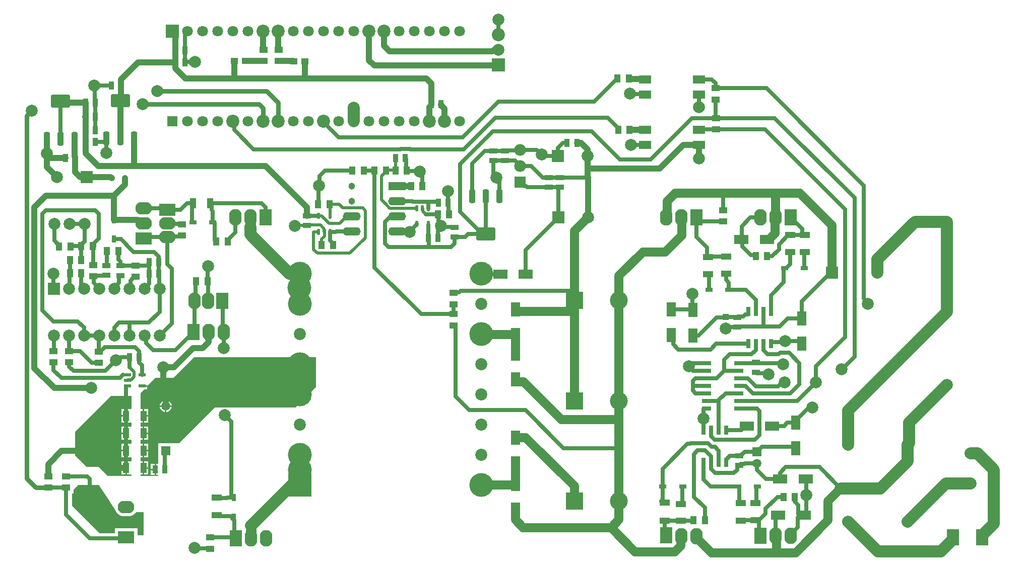
<source format=gtl>
G04*
G04 #@! TF.GenerationSoftware,Altium Limited,Altium Designer,22.11.1 (43)*
G04*
G04 Layer_Physical_Order=1*
G04 Layer_Color=255*
%FSLAX44Y44*%
%MOMM*%
G71*
G04*
G04 #@! TF.SameCoordinates,BEA400A9-7B0A-4234-B2B5-4D1F4660E836*
G04*
G04*
G04 #@! TF.FilePolarity,Positive*
G04*
G01*
G75*
%ADD14R,1.2000X0.6000*%
%ADD15R,1.0000X1.4500*%
G04:AMPARAMS|DCode=16|XSize=2.15mm|YSize=3.25mm|CornerRadius=0.2688mm|HoleSize=0mm|Usage=FLASHONLY|Rotation=90.000|XOffset=0mm|YOffset=0mm|HoleType=Round|Shape=RoundedRectangle|*
%AMROUNDEDRECTD16*
21,1,2.1500,2.7125,0,0,90.0*
21,1,1.6125,3.2500,0,0,90.0*
1,1,0.5375,1.3563,0.8063*
1,1,0.5375,1.3563,-0.8063*
1,1,0.5375,-1.3563,-0.8063*
1,1,0.5375,-1.3563,0.8063*
%
%ADD16ROUNDEDRECTD16*%
G04:AMPARAMS|DCode=17|XSize=2.3mm|YSize=1mm|CornerRadius=0.25mm|HoleSize=0mm|Usage=FLASHONLY|Rotation=90.000|XOffset=0mm|YOffset=0mm|HoleType=Round|Shape=RoundedRectangle|*
%AMROUNDEDRECTD17*
21,1,2.3000,0.5000,0,0,90.0*
21,1,1.8000,1.0000,0,0,90.0*
1,1,0.5000,0.2500,0.9000*
1,1,0.5000,0.2500,-0.9000*
1,1,0.5000,-0.2500,-0.9000*
1,1,0.5000,-0.2500,0.9000*
%
%ADD17ROUNDEDRECTD17*%
%ADD18R,0.9600X1.3900*%
%ADD19R,2.1500X2.8000*%
%ADD20R,2.3500X1.6000*%
%ADD21R,1.7500X1.0500*%
%ADD22R,1.2500X0.7500*%
%ADD23R,1.6000X2.3500*%
%ADD24R,1.3900X0.9600*%
%ADD25R,0.6500X1.5250*%
%ADD26R,1.5500X0.7000*%
%ADD27R,1.4500X1.0000*%
%ADD28R,2.1000X1.4500*%
G04:AMPARAMS|DCode=29|XSize=0.55mm|YSize=1mm|CornerRadius=0.1375mm|HoleSize=0mm|Usage=FLASHONLY|Rotation=0.000|XOffset=0mm|YOffset=0mm|HoleType=Round|Shape=RoundedRectangle|*
%AMROUNDEDRECTD29*
21,1,0.5500,0.7250,0,0,0.0*
21,1,0.2750,1.0000,0,0,0.0*
1,1,0.2750,0.1375,-0.3625*
1,1,0.2750,-0.1375,-0.3625*
1,1,0.2750,-0.1375,0.3625*
1,1,0.2750,0.1375,0.3625*
%
%ADD29ROUNDEDRECTD29*%
G04:AMPARAMS|DCode=30|XSize=0.45mm|YSize=0.85mm|CornerRadius=0.0338mm|HoleSize=0mm|Usage=FLASHONLY|Rotation=90.000|XOffset=0mm|YOffset=0mm|HoleType=Round|Shape=RoundedRectangle|*
%AMROUNDEDRECTD30*
21,1,0.4500,0.7825,0,0,90.0*
21,1,0.3825,0.8500,0,0,90.0*
1,1,0.0675,0.3912,0.1913*
1,1,0.0675,0.3912,-0.1913*
1,1,0.0675,-0.3912,-0.1913*
1,1,0.0675,-0.3912,0.1913*
%
%ADD30ROUNDEDRECTD30*%
%ADD31R,1.2500X1.1000*%
%ADD32R,1.0500X1.7500*%
%ADD33R,0.7500X1.2500*%
%ADD84C,0.7000*%
%ADD85C,1.0000*%
%ADD86C,1.5000*%
%ADD87C,2.0000*%
%ADD88C,1.8000*%
%ADD89C,0.5000*%
%ADD90C,0.8000*%
%ADD91R,2.0000X2.0000*%
%ADD92C,2.0000*%
%ADD93R,2.1000X2.8000*%
%ADD94O,2.1000X2.8000*%
%ADD95R,1.1000X1.1000*%
%ADD96R,1.5000X1.5000*%
%ADD97C,1.5000*%
%ADD98O,2.8000X2.1000*%
%ADD99R,2.8000X2.1000*%
%ADD100R,3.0000X1.4000*%
%ADD101O,3.0000X1.4000*%
%ADD102C,1.1330*%
%ADD103C,4.0000*%
%ADD104C,1.8000*%
%ADD105C,2.2000*%
%ADD106R,2.2000X2.2000*%
%ADD107R,1.8000X1.8000*%
%ADD108C,2.0250*%
%ADD109R,4.0000X4.0000*%
%ADD110R,3.0000X3.0000*%
%ADD111C,3.0000*%
%ADD112C,2.8950*%
%ADD113C,1.9800*%
%ADD114R,1.9800X1.9800*%
%ADD115R,2.0000X2.0000*%
%ADD116R,2.2000X2.2000*%
G36*
X495000Y290000D02*
X460000Y255000D01*
X325000D01*
X265000Y195000D01*
X230000D01*
Y160490D01*
X226170D01*
Y151000D01*
Y141510D01*
X230000D01*
Y140000D01*
X200000D01*
Y142380D01*
X203730D01*
Y153670D01*
Y164960D01*
X200000D01*
Y171590D01*
X203730D01*
Y182880D01*
Y194170D01*
X200000D01*
Y200800D01*
X203730D01*
Y212090D01*
Y223380D01*
X200000D01*
Y230010D01*
X203730D01*
Y241300D01*
Y252590D01*
X200000D01*
Y280000D01*
X205950Y285950D01*
X211540D01*
Y290220D01*
X203000D01*
Y292760D01*
X212760D01*
X225000Y305000D01*
X255000D01*
X290000Y340000D01*
X495000D01*
Y290000D01*
D02*
G37*
G36*
X185000Y252735D02*
X183790Y252590D01*
X183730Y252590D01*
X177270D01*
Y241300D01*
Y230010D01*
X183730D01*
X183790Y230010D01*
X185000Y229865D01*
Y223525D01*
X183790Y223380D01*
X183730Y223380D01*
X177270D01*
Y212090D01*
Y200800D01*
X183730D01*
X183790Y200800D01*
X185000Y200655D01*
Y194315D01*
X183790Y194170D01*
X183730Y194170D01*
X177270D01*
Y182880D01*
Y171590D01*
X183730D01*
X183790Y171590D01*
X185000Y171445D01*
Y165105D01*
X183790Y164960D01*
X183730Y164960D01*
X177270D01*
Y153670D01*
Y142380D01*
X183730D01*
X183790Y142380D01*
X185000Y142235D01*
Y140000D01*
X145000D01*
X130000Y155000D01*
X110000D01*
X90000Y175000D01*
X90000Y215000D01*
X150000Y275000D01*
X185000D01*
Y252735D01*
D02*
G37*
G36*
X140000Y110000D02*
X157897Y82542D01*
X158111Y81840D01*
X159550Y79147D01*
X161487Y76787D01*
X163847Y74850D01*
X166540Y73411D01*
X169461Y72524D01*
X172500Y72225D01*
X179500D01*
X182539Y72524D01*
X185460Y73411D01*
X188153Y74850D01*
X190513Y76787D01*
X192450Y79147D01*
X192541Y79317D01*
X205000D01*
Y40000D01*
X195000D01*
Y52500D01*
X157000D01*
Y43573D01*
X131427D01*
X105000Y70000D01*
X85000Y90000D01*
Y110500D01*
X87250D01*
Y117250D01*
X95000Y125000D01*
X130223D01*
X140000Y110000D01*
D02*
G37*
%LPC*%
G36*
X243892Y267850D02*
X243840D01*
Y259080D01*
X252610D01*
Y259132D01*
X251926Y261685D01*
X250604Y263975D01*
X248735Y265844D01*
X246445Y267166D01*
X243892Y267850D01*
D02*
G37*
G36*
X241300D02*
X241248D01*
X238695Y267166D01*
X236405Y265844D01*
X234536Y263975D01*
X233214Y261685D01*
X232530Y259132D01*
Y259080D01*
X241300D01*
Y267850D01*
D02*
G37*
G36*
X252610Y256540D02*
X243840D01*
Y247770D01*
X243892D01*
X246445Y248454D01*
X248735Y249776D01*
X250604Y251645D01*
X251926Y253935D01*
X252610Y256488D01*
Y256540D01*
D02*
G37*
G36*
X241300D02*
X232530D01*
Y256488D01*
X233214Y253935D01*
X234536Y251645D01*
X236405Y249776D01*
X238695Y248454D01*
X241248Y247770D01*
X241300D01*
Y256540D01*
D02*
G37*
G36*
X212790Y252590D02*
X206270D01*
Y242570D01*
X212790D01*
Y252590D01*
D02*
G37*
G36*
Y240030D02*
X206270D01*
Y230010D01*
X212790D01*
Y240030D01*
D02*
G37*
G36*
Y223380D02*
X206270D01*
Y213360D01*
X212790D01*
Y223380D01*
D02*
G37*
G36*
Y210820D02*
X206270D01*
Y200800D01*
X212790D01*
Y210820D01*
D02*
G37*
G36*
Y194170D02*
X206270D01*
Y184150D01*
X212790D01*
Y194170D01*
D02*
G37*
G36*
Y181610D02*
X206270D01*
Y171590D01*
X212790D01*
Y181610D01*
D02*
G37*
G36*
Y164960D02*
X206270D01*
Y154940D01*
X212790D01*
Y164960D01*
D02*
G37*
G36*
X223630Y160490D02*
X217560D01*
Y152270D01*
X223630D01*
Y160490D01*
D02*
G37*
G36*
X212790Y152400D02*
X206270D01*
Y142380D01*
X212790D01*
Y152400D01*
D02*
G37*
G36*
X223630Y149730D02*
X217560D01*
Y141510D01*
X223630D01*
Y149730D01*
D02*
G37*
G36*
X174730Y252590D02*
X168210D01*
Y242570D01*
X174730D01*
Y252590D01*
D02*
G37*
G36*
Y240030D02*
X168210D01*
Y230010D01*
X174730D01*
Y240030D01*
D02*
G37*
G36*
Y223380D02*
X168210D01*
Y213360D01*
X174730D01*
Y223380D01*
D02*
G37*
G36*
Y210820D02*
X168210D01*
Y200800D01*
X174730D01*
Y210820D01*
D02*
G37*
G36*
Y194170D02*
X168210D01*
Y184150D01*
X174730D01*
Y194170D01*
D02*
G37*
G36*
Y181610D02*
X168210D01*
Y171590D01*
X174730D01*
Y181610D01*
D02*
G37*
G36*
Y164960D02*
X168210D01*
Y154940D01*
X174730D01*
Y164960D01*
D02*
G37*
G36*
Y152400D02*
X168210D01*
Y142380D01*
X174730D01*
Y152400D01*
D02*
G37*
%LPD*%
D14*
X178000Y310490D02*
D03*
Y300990D02*
D03*
Y291490D02*
D03*
X203000D02*
D03*
Y310490D02*
D03*
D15*
X1234011Y510011D02*
D03*
X1253011D02*
D03*
X1299500Y105000D02*
D03*
X1280500D02*
D03*
X1129000Y66000D02*
D03*
X1148500D02*
D03*
X1020500Y809000D02*
D03*
X1001500D02*
D03*
X1021500Y723000D02*
D03*
X1002500D02*
D03*
X575032Y654000D02*
D03*
X556032D02*
D03*
X498500Y597000D02*
D03*
X517500D02*
D03*
X523500Y529000D02*
D03*
X504500D02*
D03*
X654500Y628000D02*
D03*
X673500D02*
D03*
X612500Y654000D02*
D03*
X593500D02*
D03*
X628500D02*
D03*
X647500D02*
D03*
X718500Y580000D02*
D03*
X699500D02*
D03*
X293500Y468000D02*
D03*
X312500D02*
D03*
X327500Y535000D02*
D03*
X346500D02*
D03*
X100500Y503000D02*
D03*
X81500D02*
D03*
X143840Y518560D02*
D03*
X162840D02*
D03*
X100500Y481000D02*
D03*
X81500D02*
D03*
X119500Y527000D02*
D03*
X100500D02*
D03*
X82500Y526000D02*
D03*
X63500D02*
D03*
D16*
X166000Y772000D02*
D03*
X66000Y771000D02*
D03*
X780000Y547000D02*
D03*
D17*
X143000Y708000D02*
D03*
X189000D02*
D03*
X166000D02*
D03*
X43000Y707000D02*
D03*
X89000D02*
D03*
X66000D02*
D03*
X803000Y611000D02*
D03*
X757000D02*
D03*
X780000D02*
D03*
D18*
X150900Y797000D02*
D03*
X167100D02*
D03*
X124100Y768000D02*
D03*
X107900D02*
D03*
X124100Y745000D02*
D03*
X107900D02*
D03*
X124100Y722000D02*
D03*
X107900D02*
D03*
X124100Y702000D02*
D03*
X107900D02*
D03*
X933100Y701000D02*
D03*
X916900D02*
D03*
X645100Y675000D02*
D03*
X628900D02*
D03*
X717100Y600000D02*
D03*
X700900D02*
D03*
X700100Y541000D02*
D03*
X683900D02*
D03*
X258900Y836000D02*
D03*
X275100D02*
D03*
X214280Y480730D02*
D03*
X230480D02*
D03*
X214280Y499780D02*
D03*
X230480D02*
D03*
X181900Y340000D02*
D03*
X198100D02*
D03*
X224900Y151000D02*
D03*
X241100D02*
D03*
X90100Y675000D02*
D03*
X73900D02*
D03*
X258900Y856000D02*
D03*
X275100D02*
D03*
X688900Y766000D02*
D03*
X705100D02*
D03*
D19*
X1565450Y37000D02*
D03*
X1614550D02*
D03*
D20*
X1314500Y74000D02*
D03*
X1271500D02*
D03*
X1218500Y224000D02*
D03*
X1261500D02*
D03*
X1317500Y135000D02*
D03*
X1274500D02*
D03*
X1209500Y538000D02*
D03*
X1252500D02*
D03*
X804500Y480000D02*
D03*
X847500D02*
D03*
D21*
X1233000Y65500D02*
D03*
Y94500D02*
D03*
X1292000Y545500D02*
D03*
Y516500D02*
D03*
X1316000Y545500D02*
D03*
Y516500D02*
D03*
X1108000Y65000D02*
D03*
Y93000D02*
D03*
X1081000Y65000D02*
D03*
Y95000D02*
D03*
X1208750Y94000D02*
D03*
Y65000D02*
D03*
X1184000Y509500D02*
D03*
Y480500D02*
D03*
X1154000Y479500D02*
D03*
Y508500D02*
D03*
X328000Y74500D02*
D03*
Y103500D02*
D03*
D22*
X1203500Y122000D02*
D03*
X1236500D02*
D03*
X1315500Y490000D02*
D03*
X1282500D02*
D03*
X1111000Y122000D02*
D03*
X1077000D02*
D03*
X1155500Y453000D02*
D03*
X1188500D02*
D03*
X288500Y567000D02*
D03*
X321500D02*
D03*
D23*
X1301000Y229500D02*
D03*
Y186500D02*
D03*
X1311000Y362500D02*
D03*
Y405500D02*
D03*
X1128000Y419500D02*
D03*
Y376500D02*
D03*
X1092000Y420500D02*
D03*
Y377500D02*
D03*
X830000Y204500D02*
D03*
Y161500D02*
D03*
Y126500D02*
D03*
Y83500D02*
D03*
Y345500D02*
D03*
Y302500D02*
D03*
Y420500D02*
D03*
Y377500D02*
D03*
D24*
X1234000Y331100D02*
D03*
Y314900D02*
D03*
X1206000Y157900D02*
D03*
Y174100D02*
D03*
X1203000Y390900D02*
D03*
Y407100D02*
D03*
X480000Y561900D02*
D03*
Y578100D02*
D03*
X166040Y493640D02*
D03*
Y477440D02*
D03*
X143000Y494100D02*
D03*
Y477900D02*
D03*
X728000Y541900D02*
D03*
Y558100D02*
D03*
X886000Y625900D02*
D03*
Y642100D02*
D03*
X812000Y687100D02*
D03*
Y670900D02*
D03*
X905042Y626103D02*
D03*
Y642303D02*
D03*
X793000Y687100D02*
D03*
Y670900D02*
D03*
D25*
X1220950Y362880D02*
D03*
X1233650D02*
D03*
X1246350D02*
D03*
X1259050D02*
D03*
Y417120D02*
D03*
X1246350D02*
D03*
X1233650D02*
D03*
X1220950D02*
D03*
X1184050Y217120D02*
D03*
X1171350D02*
D03*
X1158650D02*
D03*
X1145950D02*
D03*
Y162880D02*
D03*
X1158650D02*
D03*
X1171325Y162939D02*
D03*
X1184050Y162880D02*
D03*
D26*
X1150750Y330100D02*
D03*
Y317400D02*
D03*
Y304700D02*
D03*
Y292000D02*
D03*
Y279300D02*
D03*
Y266600D02*
D03*
Y253900D02*
D03*
X1205250D02*
D03*
Y266600D02*
D03*
Y279300D02*
D03*
Y292000D02*
D03*
Y304700D02*
D03*
Y317400D02*
D03*
Y330100D02*
D03*
D27*
X1179000Y587500D02*
D03*
Y568500D02*
D03*
X726000Y429000D02*
D03*
Y448000D02*
D03*
X1166000Y792500D02*
D03*
Y773500D02*
D03*
X1167000Y742500D02*
D03*
Y723500D02*
D03*
X726000Y412500D02*
D03*
Y393500D02*
D03*
X130000Y349500D02*
D03*
Y330500D02*
D03*
X80000Y350500D02*
D03*
Y331500D02*
D03*
X54000D02*
D03*
Y350500D02*
D03*
X120320Y495040D02*
D03*
Y476040D02*
D03*
X191900Y475040D02*
D03*
Y494040D02*
D03*
X317000Y17500D02*
D03*
Y36500D02*
D03*
X270000Y563500D02*
D03*
Y544500D02*
D03*
X407000Y838500D02*
D03*
Y857500D02*
D03*
X432000Y838500D02*
D03*
Y857500D02*
D03*
X45000Y120500D02*
D03*
Y139500D02*
D03*
X75000D02*
D03*
Y120500D02*
D03*
D28*
X1047500Y807700D02*
D03*
Y782300D02*
D03*
X1138500D02*
D03*
Y807700D02*
D03*
X1047500Y722700D02*
D03*
Y697300D02*
D03*
X1138500D02*
D03*
Y722700D02*
D03*
D29*
X499500Y577500D02*
D03*
X518500D02*
D03*
Y550500D02*
D03*
X509000D02*
D03*
X499500D02*
D03*
X683401Y590901D02*
D03*
X673901D02*
D03*
X664401D02*
D03*
Y563901D02*
D03*
X683401D02*
D03*
D30*
X151750Y641000D02*
D03*
X174250D02*
D03*
D31*
X357500Y839000D02*
D03*
X376500D02*
D03*
X457500Y838000D02*
D03*
X476500D02*
D03*
D32*
X288500Y599000D02*
D03*
X317500D02*
D03*
X205000Y153670D02*
D03*
X176000D02*
D03*
X205000Y182880D02*
D03*
X176000D02*
D03*
X205000Y212090D02*
D03*
X176000D02*
D03*
X205000Y241300D02*
D03*
X176000D02*
D03*
D33*
X155000Y538500D02*
D03*
Y571500D02*
D03*
X357000Y70500D02*
D03*
Y103500D02*
D03*
D84*
X1215050Y181000D02*
X1236000D01*
X1244000Y189000D01*
X1208150Y174100D02*
X1215050Y181000D01*
X1190252Y174100D02*
X1208150D01*
X35000Y419000D02*
Y580849D01*
X41151Y587000D01*
X123956D02*
X130107Y580849D01*
Y539857D02*
Y580849D01*
X41151Y587000D02*
X123956D01*
X1005000Y673000D02*
X1057000D01*
X958000Y720000D02*
X1005000Y673000D01*
X792000Y720000D02*
X958000D01*
X705000Y557482D02*
Y561000D01*
X700050Y552532D02*
X705000Y557482D01*
X700050Y544450D02*
Y552532D01*
X700268Y569250D02*
Y578133D01*
X700100Y541000D02*
Y544400D01*
X699500Y578901D02*
X700268Y578133D01*
X705000Y561000D02*
Y564518D01*
Y561000D02*
X706600Y559400D01*
X726700D01*
X700050Y544450D02*
X700100Y544400D01*
X726700Y559400D02*
X728000Y558100D01*
X700268Y569250D02*
X705000Y564518D01*
X683401Y541499D02*
Y562401D01*
Y541499D02*
X683900Y541000D01*
X1310000Y69500D02*
X1319000Y78500D01*
Y133500D01*
X1317500Y135000D02*
X1319000Y133500D01*
X1235300Y329800D02*
X1278200D01*
X1234000Y331100D02*
X1235300Y329800D01*
X1278200D02*
X1280000Y328000D01*
X1246350Y351755D02*
Y362880D01*
X1271837Y345000D02*
X1274337Y347500D01*
X1253105Y345000D02*
X1271837D01*
X1246350Y351755D02*
X1253105Y345000D01*
X1274337Y347500D02*
X1289663D01*
X1307000Y294151D02*
Y330163D01*
X1289663Y347500D02*
X1307000Y330163D01*
X1234129Y291000D02*
X1271482D01*
X1220429Y304700D02*
X1234129Y291000D01*
X1271482D02*
X1278482Y298000D01*
X1282000D01*
X162518Y335000D02*
X167518Y340000D01*
X181900D01*
X87250Y317000D02*
X141000D01*
X159000Y335000D01*
X162518D01*
X132250Y349500D02*
X139750Y357000D01*
X190949D01*
X130000Y349500D02*
X132250D01*
X130000D02*
X130240Y349740D01*
Y375750D01*
X35000Y419000D02*
X53550Y400450D01*
X593500Y490500D02*
Y654000D01*
Y490500D02*
X671500Y412500D01*
X962500Y770000D02*
X1001500Y809000D01*
X741457Y710055D02*
X801401Y770000D01*
X962500D01*
X1001000Y724500D02*
X1002500Y723000D01*
X743000Y690000D02*
X796000Y743000D01*
X984750D01*
X1001000Y726750D01*
Y724500D02*
Y726750D01*
X1415000Y439263D02*
X1422000Y432263D01*
X1415000Y439263D02*
Y629000D01*
X1422000Y430000D02*
Y432263D01*
X1251500Y792500D02*
X1415000Y629000D01*
X1166000Y792500D02*
X1251500D01*
X1167000Y742500D02*
X1265500D01*
X1400000Y341000D02*
Y608000D01*
X1265500Y742500D02*
X1400000Y608000D01*
X1167000Y723500D02*
X1249500D01*
X1384000Y589000D01*
Y374000D02*
Y589000D01*
X1376000Y317000D02*
X1400000Y341000D01*
X1335000Y325000D02*
X1384000Y374000D01*
X727500Y449500D02*
X735401D01*
X726000Y448000D02*
X727500Y449500D01*
X735401D02*
X737901Y452000D01*
X929000D01*
X726000Y415000D02*
Y429000D01*
X793000Y647000D02*
X798000Y642000D01*
X803000Y637000D01*
X1210500Y538000D02*
Y560500D01*
X1267400Y69900D02*
X1271500Y74000D01*
X1267400Y39000D02*
Y69900D01*
X1299500Y96750D02*
Y105000D01*
Y96750D02*
X1305250Y91000D01*
Y75500D02*
Y91000D01*
Y75500D02*
X1309750Y71000D01*
X1312500D01*
X1304250Y69500D02*
X1310000D01*
X1304250Y53950D02*
Y69500D01*
X1292800Y42500D02*
X1304250Y53950D01*
X1292800Y39000D02*
Y42500D01*
X1250250Y85099D02*
X1270151Y105000D01*
X1250250Y76643D02*
Y85099D01*
X1239107Y65500D02*
X1250250Y76643D01*
X1270151Y105000D02*
X1280500D01*
X1239000Y42000D02*
Y62750D01*
Y42000D02*
X1242000Y39000D01*
X1236250Y65500D02*
X1239000Y62750D01*
X1081000Y43060D02*
Y65000D01*
Y43060D02*
X1083600Y40460D01*
X403500Y599000D02*
X410000Y592500D01*
X318250Y599000D02*
X403500D01*
X410000Y575000D02*
Y592500D01*
X317875Y598625D02*
X318250Y599000D01*
X317875Y598625D02*
X319250Y597250D01*
X317500Y599000D02*
X317875Y598625D01*
X176340Y528660D02*
Y529331D01*
X155000Y538500D02*
X167171D01*
X176340Y528660D02*
X188000Y517000D01*
X167171Y538500D02*
X176340Y529331D01*
X188000Y517000D02*
X222848D01*
X230480Y509368D01*
X651550Y551450D02*
X652000Y551000D01*
X664401Y563151D02*
Y563901D01*
X631550Y551450D02*
X651550D01*
X631100Y551900D02*
X631550Y551450D01*
X652350Y551350D02*
X652600D01*
X664401Y563151D01*
X673500Y628000D02*
Y645065D01*
X669000Y649565D02*
X673500Y645065D01*
X669000Y649565D02*
Y652000D01*
X668000Y653000D02*
X669000Y652000D01*
X621206Y577300D02*
X631100D01*
X616751Y573800D02*
X617706D01*
X610600Y567649D02*
X616751Y573800D01*
X617706D02*
X621206Y577300D01*
X610600Y531151D02*
Y567649D01*
Y531151D02*
X616751Y525000D01*
X684243D01*
X181280Y455390D02*
X183500Y457610D01*
Y468890D01*
X189650Y475040D02*
X191900D01*
X183500Y468890D02*
X189650Y475040D01*
X121250Y465252D02*
X130480Y456022D01*
X120320Y476040D02*
X121250Y475110D01*
Y476970D02*
X142070D01*
X130480Y455390D02*
Y456022D01*
X121250Y465252D02*
Y475110D01*
X142070Y476970D02*
X143000Y477900D01*
X214000Y398000D02*
X232080Y416080D01*
Y455390D01*
X181280Y398000D02*
X214000D01*
X181280Y375990D02*
Y398000D01*
X155880Y375990D02*
Y389818D01*
X164062Y398000D01*
X181280D01*
X198100Y330890D02*
Y349849D01*
X105080Y375990D02*
Y389920D01*
X94550Y400450D02*
X105080Y389920D01*
X53550Y400450D02*
X94550D01*
X190949Y357000D02*
X198100Y349849D01*
X209167Y363833D02*
Y373503D01*
Y363833D02*
X221000Y352000D01*
X259000D01*
X289000Y382000D01*
X206680Y375990D02*
X209167Y373503D01*
X355300Y736948D02*
X357552Y734696D01*
Y722448D02*
X390000Y690000D01*
X636329D01*
X357552Y722448D02*
Y734696D01*
X523500Y529000D02*
Y531051D01*
X518500Y536051D02*
Y550500D01*
X518700Y550700D02*
X528235D01*
X518500Y536051D02*
X523500Y531051D01*
X554072Y576471D02*
X554900Y577300D01*
X240100Y180340D02*
X241100Y179340D01*
X1022000Y784000D02*
X1022850Y783150D01*
X1046650D01*
X1047500Y782300D01*
X679578Y580000D02*
X699500D01*
X528235Y550700D02*
X529435Y551900D01*
X554900D01*
X656765Y602700D02*
X657765Y601700D01*
X631100Y602700D02*
X656765D01*
X657765Y601700D02*
X683651D01*
X684243Y525000D02*
X721403D01*
X684243D02*
Y540657D01*
X1158650Y151893D02*
Y162880D01*
Y173076D01*
X1209000Y65250D02*
X1232750D01*
X1233000Y65500D01*
Y94500D02*
X1234750Y96250D01*
Y121750D02*
X1235000Y122000D01*
X1234750Y96250D02*
Y121750D01*
X1235000Y122000D02*
X1236500D01*
X1190821Y200995D02*
X1190826Y201000D01*
X1232000D02*
X1240000Y209000D01*
X1158900Y206674D02*
X1159600Y205974D01*
X1190826Y201000D02*
X1232000D01*
X1164579Y200995D02*
X1190821D01*
X1159600Y205974D02*
X1164579Y200995D01*
X1158900Y206674D02*
Y216870D01*
X1159600Y205974D02*
Y205974D01*
X1152721Y179005D02*
X1158650Y173076D01*
X1148633Y183000D02*
X1152628Y179005D01*
X1152721D01*
X1136151Y183000D02*
X1148633D01*
X1124423Y195000D02*
X1153604D01*
X1165152Y188995D02*
X1171325Y182822D01*
X1153604Y195000D02*
X1159609Y188995D01*
X1171325Y162939D02*
Y182822D01*
X1159609Y188995D02*
X1165152D01*
X1158650Y217120D02*
X1158900Y216870D01*
X1145950Y134050D02*
Y162880D01*
Y134050D02*
X1158000Y122000D01*
X1130000Y105000D02*
X1148500Y86500D01*
X1130000Y105000D02*
Y176849D01*
X1136151Y183000D01*
X1123423Y194000D02*
X1124423Y195000D01*
X1119000Y194000D02*
X1123423D01*
X1205250Y292000D02*
X1216159D01*
X1229159Y279000D02*
X1291849D01*
X1216159Y292000D02*
X1229159Y279000D01*
X1205250Y304700D02*
X1220429D01*
X1190415Y388765D02*
X1192550Y390900D01*
X1203000D01*
X1183000Y388000D02*
X1183765Y388765D01*
X1190415D01*
X1233650Y351755D02*
Y362880D01*
X1226626Y344731D02*
X1233650Y351755D01*
X1189731Y344731D02*
X1226626D01*
X1157410Y353000D02*
X1167290Y362880D01*
X1220950D01*
X1104000Y353000D02*
X1157410D01*
X1180574Y317000D02*
Y335574D01*
X1189731Y344731D01*
X1132393Y304700D02*
X1168274D01*
X1180574Y317000D01*
X1150750Y266600D02*
X1171350D01*
X1233000Y330100D02*
X1234000Y331100D01*
X1205250Y330100D02*
X1233000D01*
X1250050Y312950D02*
X1252000Y311000D01*
X1235950Y312950D02*
X1250050D01*
X1234000Y314900D02*
X1235950Y312950D01*
X1291849Y279000D02*
X1307000Y294151D01*
X1311000Y362500D02*
Y362500D01*
X1283000Y367000D02*
X1306500D01*
X1311000Y362500D01*
X1281278Y365278D02*
X1283000Y367000D01*
X1259300Y365278D02*
X1281278D01*
X1259050Y365028D02*
X1259300Y365278D01*
X1259050Y362880D02*
Y365028D01*
X54000Y318000D02*
X67000Y305000D01*
X54000Y318000D02*
Y331500D01*
X67000Y305000D02*
X165232D01*
X170222Y309990D01*
X80000Y324250D02*
Y331500D01*
Y324250D02*
X87250Y317000D01*
X278035Y599000D02*
X288500D01*
X267335Y588300D02*
X278035Y599000D01*
X319250Y588099D02*
Y597250D01*
Y588099D02*
X321500Y585849D01*
Y567000D02*
Y585849D01*
X287000Y568250D02*
Y593500D01*
Y568250D02*
X288250Y567000D01*
X288500D01*
X245085Y588300D02*
X267335D01*
X1094750Y362250D02*
Y374750D01*
Y362250D02*
X1104000Y353000D01*
X1092000Y377500D02*
X1094750Y374750D01*
X1234011Y510011D02*
Y510489D01*
X1225511Y511989D02*
X1232511D01*
X1211000Y526500D02*
Y533500D01*
X1209500Y535000D02*
Y538000D01*
Y535000D02*
X1211000Y533500D01*
X1232511Y511989D02*
X1234011Y510489D01*
X1211000Y526500D02*
X1225511Y511989D01*
X1281000Y489750D02*
X1281250Y490000D01*
X1285000D01*
X1281000Y466250D02*
Y489750D01*
X1259050Y444300D02*
X1281000Y466250D01*
X1292000Y497000D02*
Y516500D01*
X1285000Y490000D02*
X1292000Y497000D01*
Y545500D02*
X1312000D01*
X1288500D02*
X1292000D01*
X1272750Y529750D02*
X1288500Y545500D01*
X1272750Y521250D02*
Y529750D01*
X1261511Y510011D02*
X1272750Y521250D01*
X1253011Y510011D02*
X1261511D01*
X1315500Y516000D02*
X1316000Y516500D01*
X1315500Y490000D02*
Y516000D01*
X1313750Y545500D02*
X1316000D01*
X1312000Y547250D02*
Y555800D01*
Y547250D02*
X1313750Y545500D01*
X1292800Y575000D02*
X1312000Y555800D01*
X1335000Y298000D02*
Y325000D01*
X1303600Y266600D02*
X1335000Y298000D01*
X1159300Y807700D02*
X1166000Y801000D01*
X1138500Y807700D02*
X1159300D01*
X1166000Y792500D02*
Y801000D01*
X1057000Y673000D02*
X1126500Y742500D01*
X1167000D01*
X778100Y687100D02*
X812000D01*
X757000Y666000D02*
X778100Y687100D01*
X757000Y611000D02*
Y666000D01*
X653871Y690000D02*
X743000D01*
X636329D02*
X636779Y690450D01*
X653421D01*
X653871Y690000D01*
X143000Y704731D02*
Y708000D01*
Y714365D01*
X123050Y769050D02*
Y795950D01*
X143000Y684000D02*
Y704731D01*
X66000Y707000D02*
Y771000D01*
X122000Y797000D02*
X123050Y795950D01*
X122000Y797000D02*
X150900D01*
X123050Y769050D02*
X124100Y768000D01*
Y745000D02*
Y768000D01*
Y723125D02*
Y745000D01*
Y702000D02*
X140269D01*
X143000Y704731D01*
X124100Y720550D02*
Y722000D01*
X1205250Y266600D02*
X1303600D01*
X1301000Y233250D02*
X1320645Y252895D01*
X1326895D01*
X1329000Y255000D01*
X1301000Y229500D02*
Y233250D01*
X500000Y629000D02*
X501000Y630000D01*
X499250Y628250D02*
X500000Y629000D01*
X510000Y654000D02*
X553532D01*
X501000Y645000D02*
X510000Y654000D01*
X501000Y630000D02*
Y645000D01*
X499250Y597750D02*
Y628250D01*
X498500Y597000D02*
X499250Y597750D01*
X1340696Y155000D02*
X1376593Y119103D01*
X1284000Y155000D02*
X1340696D01*
X1355945Y478945D02*
X1358945D01*
X1311000Y405500D02*
Y434000D01*
X1358945Y478945D02*
X1362000Y482000D01*
X1311000Y434000D02*
X1355945Y478945D01*
X1261500Y224000D02*
X1261607Y224107D01*
X1281357D02*
X1286750Y229500D01*
X1261607Y224107D02*
X1281357D01*
X1166500Y743000D02*
X1167000Y742500D01*
X1166500Y743000D02*
Y773000D01*
X1166000Y773500D02*
X1166500Y773000D01*
X328000Y74500D02*
X330000Y72500D01*
X355750D01*
X357000Y71250D01*
Y70500D02*
Y71250D01*
X329000Y102500D02*
X345250D01*
X328000Y103500D02*
X329000Y102500D01*
X346250Y103500D02*
X353000D01*
X345250Y102500D02*
X346250Y103500D01*
X353000D02*
Y232000D01*
Y103500D02*
X357000D01*
X342000Y243000D02*
X353000Y232000D01*
X357760Y37240D02*
Y65240D01*
X354750Y68250D02*
X357760Y65240D01*
X1244000Y189000D02*
X1298500D01*
X1286750Y229500D02*
X1301000D01*
X1298500Y189000D02*
X1301000Y186500D01*
X1236000Y150000D02*
Y161000D01*
Y150000D02*
X1251000Y135000D01*
X1215043Y161000D02*
X1236000D01*
X1274500Y145500D02*
X1284000Y155000D01*
X1274500Y135000D02*
Y145500D01*
X1251000Y135000D02*
X1274500D01*
X1205250Y253900D02*
X1235607D01*
X1240000Y249507D01*
X1287000Y405500D02*
X1311000D01*
X1273500Y392000D02*
X1287000Y405500D01*
X1204100Y392000D02*
X1246350D01*
X1217000Y453000D02*
X1233650Y436350D01*
X1259050Y417120D02*
Y444300D01*
X1246350Y401995D02*
Y417120D01*
X1233650D02*
Y436350D01*
X1246350Y392000D02*
Y401995D01*
Y392000D02*
X1273500D01*
X1209500Y538000D02*
X1210500D01*
Y560500D02*
X1225000Y575000D01*
X1242000D01*
X1240000Y209000D02*
Y249507D01*
X1077000Y122000D02*
Y152000D01*
X1119000Y194000D01*
X1158000Y122000D02*
X1206000D01*
Y96750D02*
Y122000D01*
X1158650Y151893D02*
X1165543Y145000D01*
X1075000Y97750D02*
X1077000D01*
X1077750Y95000D02*
X1081000D01*
X1075000Y97750D02*
X1077750Y95000D01*
X1077000Y97750D02*
Y122000D01*
X1108000Y65000D02*
X1128000D01*
X1081000D02*
X1108000D01*
Y93000D02*
X1110250Y95250D01*
Y121250D02*
X1111000Y122000D01*
X1110250Y95250D02*
Y121250D01*
X1128000Y65000D02*
X1129000Y66000D01*
X1148500D02*
Y86500D01*
X1208750Y65000D02*
X1209000Y65250D01*
X1206000Y96750D02*
X1208750Y94000D01*
X1134400Y568500D02*
Y575000D01*
X1154000Y479500D02*
X1155500Y478000D01*
X1184000Y470000D02*
X1188500Y465500D01*
X1184000Y470000D02*
Y480500D01*
X1155500Y453000D02*
Y478000D01*
X1188500Y453000D02*
Y465500D01*
X1214243Y160200D02*
X1215043Y161000D01*
X1208300Y160200D02*
X1214243D01*
X1206000Y157900D02*
X1208300Y160200D01*
X1202557Y150600D02*
Y155600D01*
X1204857Y157900D01*
X1206000D01*
X1184050Y217120D02*
X1208870D01*
X1209250Y217500D02*
Y218500D01*
X1214750Y224000D01*
X1218500D01*
X1208870Y217120D02*
X1209250Y217500D01*
X1152000Y510500D02*
X1153000Y509500D01*
X1183500Y509000D02*
X1184000Y509500D01*
X1154000Y508500D02*
Y509500D01*
X1154500Y509000D02*
X1183500D01*
X1180574Y317000D02*
X1204850D01*
X1183050Y279300D02*
X1205250D01*
X1171350Y267600D02*
X1183050Y279300D01*
X1183450Y407550D02*
X1202550D01*
X1183000Y408000D02*
X1183450Y407550D01*
X1182000Y407000D02*
X1183000Y408000D01*
X1168000Y407000D02*
X1182000D01*
X1128000Y376500D02*
X1137500D01*
X1168000Y407000D01*
X1204850Y317000D02*
X1205250Y317400D01*
X1146000Y237000D02*
Y252400D01*
X1147500Y253900D01*
X1150750D01*
X1171350Y217120D02*
Y267600D01*
X1134400Y542000D02*
X1152000Y524400D01*
X1134400Y542000D02*
Y568500D01*
X1152000Y510500D02*
Y524400D01*
X1134400Y568500D02*
X1179000D01*
X1128000Y283693D02*
Y292000D01*
Y283693D02*
X1132393Y279300D01*
X1150750D01*
X1128000Y300307D02*
X1132393Y304700D01*
X1128000Y292000D02*
X1150750D01*
X1128000D02*
Y300307D01*
X1220950Y412745D02*
Y417120D01*
X1212450Y408620D02*
X1215825Y411995D01*
X1203000Y390900D02*
X1204100Y392000D01*
X1220200Y411995D02*
X1220950Y412745D01*
X1215825Y411995D02*
X1220200D01*
X1204520Y408620D02*
X1212450D01*
X1203000Y407100D02*
X1204520Y408620D01*
X1202550Y407550D02*
X1203000Y407100D01*
X1188500Y453000D02*
X1217000D01*
X1179000Y615000D02*
X1180000Y616000D01*
X1179000Y587500D02*
Y615000D01*
X1145950Y217120D02*
Y238000D01*
X1184050Y167255D02*
X1190252Y173457D01*
X1186550Y169755D02*
Y170398D01*
X1184050Y167255D02*
X1186550Y169755D01*
Y170398D02*
X1190252Y174100D01*
X1165543Y145000D02*
X1196957D01*
X1202557Y150600D01*
X1127000Y420500D02*
Y447000D01*
X1092000Y420500D02*
X1127000D01*
X1128000Y419500D01*
X1128600Y317400D02*
X1150750D01*
X1129077Y330100D02*
X1150750D01*
X1121000Y325000D02*
X1128600Y317400D01*
X1121000Y325000D02*
X1123977D01*
X1129077Y330100D01*
X717050Y600050D02*
X717800Y599300D01*
X717000Y619000D02*
X717050Y618950D01*
Y600050D02*
Y618950D01*
X276100Y837000D02*
X292000D01*
X1138000Y674000D02*
Y682550D01*
X737000Y584500D02*
Y665000D01*
X792000Y720000D01*
X1138000Y761000D02*
Y781800D01*
X1138500Y782300D01*
X750757Y547000D02*
X774500D01*
X780000D01*
X737000Y584500D02*
X774500Y547000D01*
X905042Y642303D02*
X952136D01*
X671500Y412500D02*
X723750D01*
X729000Y274000D02*
Y391000D01*
X726500Y393500D02*
X729000Y391000D01*
X726000Y393500D02*
X726500D01*
X729000Y274000D02*
X752000Y251000D01*
X847000D01*
X911000Y187000D01*
X1004000D01*
X728500Y412500D02*
X729000D01*
X726000Y415000D02*
X728500Y412500D01*
X726000D02*
X729000D01*
X553532Y654000D02*
X556032D01*
X553532Y654000D02*
X553532Y654000D01*
X575032D02*
X575032Y654000D01*
X575500D01*
X593500D01*
X647500D02*
X648500Y653000D01*
X668000D01*
X646300Y655200D02*
Y673800D01*
X645100Y675000D02*
X646300Y673800D01*
Y655200D02*
X647500Y654000D01*
X683651Y590901D02*
Y601700D01*
X721403Y525000D02*
X728000Y531597D01*
Y541900D01*
X745657D01*
X717800Y580700D02*
X718500Y580000D01*
X717800Y580700D02*
Y599300D01*
X683977Y601700D02*
X699200D01*
X700900Y600000D01*
X801000Y882800D02*
Y908000D01*
X793000Y647000D02*
Y670900D01*
X803000Y611000D02*
Y637000D01*
X793000Y670900D02*
X812000D01*
X828960D01*
X837960Y661900D01*
X856100D01*
X866100Y688900D02*
X876000Y679000D01*
X901000D01*
Y692400D01*
X909600Y701000D01*
X916900D01*
X812000Y687100D02*
X812900Y688000D01*
X833860D01*
X835460Y686400D01*
X837960Y688900D01*
X847500Y480000D02*
Y520500D01*
X902000Y575000D01*
Y623062D01*
X837960Y634900D02*
X845360Y627500D01*
X848153D01*
X849753Y625900D01*
X886000D01*
X902048Y626103D02*
X905042D01*
X901845Y626002D02*
X901892Y625955D01*
X886102Y626002D02*
X901845D01*
X886055Y625955D02*
X886102Y626002D01*
X901892Y625955D02*
X902048Y626103D01*
X902000Y623062D02*
X903392Y624454D01*
X875900Y642100D02*
X886000D01*
X904838D01*
X856100Y661900D02*
X875900Y642100D01*
X904838D02*
X905042Y642303D01*
X533123Y710055D02*
X741457D01*
X507700Y735478D02*
Y736948D01*
Y735478D02*
X533123Y710055D01*
X780000Y547000D02*
Y611000D01*
X745657Y541900D02*
X750757Y547000D01*
X837960Y688900D02*
X866100D01*
X480600Y577500D02*
X499500D01*
X480000Y578100D02*
X480600Y577500D01*
X1166600Y723100D02*
X1167000Y723500D01*
X1138900Y723100D02*
X1166600D01*
X1138500Y722700D02*
X1138900Y723100D01*
X1024000Y697000D02*
X1047200D01*
X1047500Y697300D01*
X773400Y480000D02*
X804500D01*
X772800Y480600D02*
X773400Y480000D01*
X275100Y836000D02*
X276100Y837000D01*
X275100Y856000D02*
Y881347D01*
Y836000D02*
Y856000D01*
Y881347D02*
X279100Y885347D01*
Y889000D01*
X54140Y455530D02*
X54280Y455390D01*
X54140Y455530D02*
Y480360D01*
X54000Y480500D02*
X54140Y480360D01*
X55100Y536650D02*
X63500Y528250D01*
X55100Y536650D02*
Y564418D01*
X122000Y531750D02*
X130107Y539857D01*
X122000Y526287D02*
Y531750D01*
X120320Y524607D02*
X122000Y526287D01*
X120320Y495040D02*
Y524607D01*
X339900Y355100D02*
Y381900D01*
Y355100D02*
X340000Y355000D01*
X339800Y382000D02*
X339900Y381900D01*
X291200Y435000D02*
X292350Y436150D01*
Y466850D01*
X293500Y468000D01*
X337000Y435000D02*
X338000Y434000D01*
Y383800D02*
Y434000D01*
Y383800D02*
X339800Y382000D01*
X291200Y384200D02*
Y435000D01*
X313250Y492250D02*
X314000Y493000D01*
X313250Y468750D02*
Y492250D01*
X312500Y468000D02*
X313250Y468750D01*
X312500Y468000D02*
X313300Y467200D01*
Y435800D02*
Y467200D01*
Y435800D02*
X314100Y435000D01*
X230480Y499780D02*
Y509368D01*
X253000Y396910D02*
Y489000D01*
X232080Y375990D02*
X253000Y396910D01*
X245230Y496770D02*
X253000Y489000D01*
X357760Y37240D02*
X360000Y35000D01*
X317740Y37240D02*
X357760D01*
X291000Y19000D02*
X291750Y18250D01*
X316250D02*
X317000Y17500D01*
X291750Y18250D02*
X316250D01*
X317000Y36500D02*
X317740Y37240D01*
X325000Y537500D02*
X327500Y535000D01*
X325000Y537500D02*
Y565750D01*
X323750Y567000D02*
X325000Y565750D01*
X346500Y535000D02*
Y537250D01*
X359200Y549950D01*
Y575000D01*
X269000Y543500D02*
X270000Y544500D01*
X246085Y543500D02*
X269000D01*
X245085Y542500D02*
X246085Y543500D01*
X269050Y564450D02*
X270000Y563500D01*
X246035Y564450D02*
X269050D01*
X245085Y565400D02*
X246035Y564450D01*
X245085Y542500D02*
X245230Y542355D01*
X245085Y542500D02*
X245085Y542500D01*
X245230Y496770D02*
Y542355D01*
X79840Y350660D02*
X80500Y350000D01*
X79680Y375990D02*
X79840Y375830D01*
Y350660D02*
Y375830D01*
X118500Y330500D02*
X130000D01*
X99000Y350000D02*
X118500Y330500D01*
X80500Y350000D02*
X99000D01*
X54000Y350500D02*
Y352607D01*
X54280Y363720D02*
Y375990D01*
Y363720D02*
X54393Y363607D01*
Y353000D02*
Y363607D01*
X54000Y352607D02*
X54393Y353000D01*
X181900Y323100D02*
Y340000D01*
X130240Y375750D02*
X130480Y375990D01*
X105080D02*
X130480D01*
X198100Y330890D02*
X203000Y325990D01*
Y310490D02*
Y325990D01*
X174000Y35000D02*
X176000Y37000D01*
X115000Y35000D02*
X174000D01*
X75000Y75000D02*
X115000Y35000D01*
X75000Y139500D02*
X110607D01*
X115000Y135107D01*
Y100000D02*
Y135107D01*
Y100000D02*
X119583Y95417D01*
X75000Y75000D02*
Y120500D01*
X45000D02*
X75000D01*
X173600Y60000D02*
X176000Y62400D01*
X145000Y60000D02*
X173600D01*
X119583Y85417D02*
X145000Y60000D01*
X119583Y85417D02*
Y95417D01*
X207500Y542500D02*
X245085D01*
X205000Y540000D02*
X207500Y542500D01*
X232660Y591800D02*
X241585D01*
X231660Y590800D02*
X232660Y591800D01*
X205000Y590800D02*
X231660D01*
X230480Y480730D02*
Y501930D01*
X176000Y241300D02*
Y290490D01*
Y182880D02*
Y212090D01*
Y241300D01*
Y153670D02*
Y182880D01*
X241100Y151000D02*
Y179340D01*
X240100Y180340D02*
X242570Y182810D01*
X63500Y526000D02*
Y528250D01*
X100500Y529250D02*
X105900Y534650D01*
X80500Y564418D02*
X105900D01*
Y534650D02*
Y564418D01*
X100500Y527000D02*
Y529250D01*
X100500Y503000D02*
Y527000D01*
X100500Y527000D02*
X100500Y527000D01*
X83500Y527000D02*
X100500D01*
X82500Y526000D02*
X83500Y527000D01*
X81500Y481000D02*
Y503000D01*
X80590Y480090D02*
X81500Y481000D01*
X100500Y461675D02*
X105080Y457095D01*
Y455390D02*
Y457095D01*
X100500Y461675D02*
Y481000D01*
X80590Y456300D02*
Y480090D01*
X79680Y455390D02*
X80590Y456300D01*
X143000Y494100D02*
X143420Y494520D01*
Y518140D01*
X143840Y518560D01*
X214280Y480730D02*
Y497630D01*
X210690Y494040D02*
X214280Y497630D01*
Y499780D01*
X191900Y494040D02*
X210690D01*
X166240Y493840D02*
X191700D01*
X166040Y493640D02*
X166240Y493840D01*
X191700D02*
X191900Y494040D01*
X162840Y504140D02*
X166040Y500940D01*
Y493640D02*
Y500940D01*
X162840Y504140D02*
Y518560D01*
X215000Y463710D02*
Y480010D01*
X214280Y480730D02*
X215000Y480010D01*
X206680Y455390D02*
X215000Y463710D01*
X231280Y456190D02*
X232080Y455390D01*
X231280Y456190D02*
Y479930D01*
X230480Y480730D02*
X231280Y479930D01*
X163925Y475325D02*
X166040Y477440D01*
X163925Y465140D02*
Y475325D01*
X155880Y457095D02*
X163925Y465140D01*
X155880Y455390D02*
Y457095D01*
D85*
X129000Y662000D02*
X410000D01*
X107900Y683100D02*
X129000Y662000D01*
X410000D02*
X480000Y592000D01*
X1138250Y674250D02*
Y682550D01*
Y697050D01*
X1266309Y573909D02*
X1267400Y575000D01*
X633200Y628000D02*
X634100Y627100D01*
X632100D02*
X634100D01*
X633200Y628000D02*
X654500D01*
X238000Y323000D02*
X256000D01*
X288000Y355000D02*
X304329D01*
X256000Y323000D02*
X288000Y355000D01*
X43000Y683000D02*
Y707000D01*
Y660000D02*
Y683000D01*
X631100Y628100D02*
X632100Y627100D01*
X45000Y675000D02*
X73900D01*
X43000Y660000D02*
X60000Y643000D01*
X99000D02*
X149750D01*
X90100Y651900D02*
Y676750D01*
Y651900D02*
X99000Y643000D01*
X89000Y677850D02*
X90100Y676750D01*
X89000Y677850D02*
Y707000D01*
X155000Y611411D02*
X174250Y630661D01*
Y641000D01*
X149750Y643000D02*
X151750Y641000D01*
X189000Y665750D02*
Y708000D01*
X167100Y807167D02*
X195933Y836000D01*
X258900D01*
X73196Y774770D02*
Y776196D01*
X166000Y708000D02*
Y775750D01*
X107900Y745000D02*
Y768000D01*
Y722000D02*
Y744000D01*
X107400Y744500D02*
X107900Y745000D01*
X107400Y744500D02*
X107900Y744000D01*
X79967Y768000D02*
X107900D01*
X167100Y797000D02*
Y807167D01*
X107900Y702000D02*
Y722000D01*
X73196Y774770D02*
X79967Y768000D01*
X107900Y683100D02*
Y702000D01*
X166000Y775750D02*
X166900Y776650D01*
Y796800D01*
X167100Y797000D01*
X22000Y592000D02*
X41411Y611411D01*
X155000Y571500D02*
Y611411D01*
X22000Y321624D02*
Y592000D01*
X41411Y611411D02*
X151589D01*
X680113Y809000D02*
X688900Y800213D01*
Y764250D02*
Y800213D01*
X476500Y809000D02*
X680113D01*
X357500D02*
X476500D01*
Y838000D01*
X258900Y826100D02*
X276000Y809000D01*
X357500D01*
Y839000D01*
X258900Y826100D02*
Y836000D01*
X22000Y321624D02*
X55624Y288000D01*
X117000D01*
X609300Y863787D02*
Y889000D01*
Y863787D02*
X618087Y855000D01*
X791529D01*
X799756Y856156D02*
X801000Y857400D01*
X792685Y856156D02*
X799756D01*
X791529Y855000D02*
X792685Y856156D01*
X685500Y736948D02*
Y760850D01*
X688900Y764250D01*
X705100Y763850D02*
X710900Y758050D01*
X705100Y763850D02*
Y766000D01*
X710900Y736948D02*
Y758050D01*
X583900Y839787D02*
X592687Y831000D01*
X583900Y839787D02*
Y889000D01*
X592687Y831000D02*
X800000D01*
X1138000Y674000D02*
X1138250Y674250D01*
Y697050D02*
X1138500Y697300D01*
X1021500Y723000D02*
X1021750Y722750D01*
X1022500D01*
X1031950D01*
X1032000Y722700D01*
X1047500D01*
X952000Y575000D02*
Y642303D01*
X951000D02*
Y657549D01*
X1112300Y697300D02*
X1138500D01*
X951000Y657549D02*
X1072549D01*
X1112300Y697300D01*
X951000Y657549D02*
Y679000D01*
Y690000D01*
X933100Y701000D02*
X940000D01*
X951000Y690000D01*
X800000Y831000D02*
X801000Y832000D01*
X480000Y578100D02*
Y592000D01*
X1020500Y808350D02*
Y809000D01*
Y808350D02*
X1046850D01*
X1047500Y807700D01*
X376500Y839000D02*
X377000Y838500D01*
X407000D01*
X457000D02*
X457500Y838000D01*
X432000Y838500D02*
X457000D01*
X431750Y857500D02*
Y888750D01*
X431500Y889000D02*
X431750Y888750D01*
Y857500D02*
X432000D01*
X406100D02*
Y889000D01*
Y857500D02*
X407000D01*
X258900Y836000D02*
Y856000D01*
Y883800D01*
X253700Y889000D02*
X258900Y883800D01*
X151589Y611411D02*
X155000Y608000D01*
Y571500D02*
X195058D01*
X201157Y565400D02*
X205000D01*
X195058Y571500D02*
X201157Y565400D01*
X238000Y291502D02*
Y323000D01*
X314400Y365071D02*
Y382000D01*
X304329Y355000D02*
X314400Y365071D01*
X242570Y257810D02*
Y286932D01*
X238000Y291502D02*
X242570Y286932D01*
X115000Y182600D02*
X118626Y178974D01*
X131026D01*
X156330Y153670D02*
X176000D01*
X131026Y178974D02*
X156330Y153670D01*
X67600Y182600D02*
X115000D01*
X45000Y139500D02*
Y160000D01*
X67600Y182600D01*
D86*
X929000Y417000D02*
Y436000D01*
Y452000D01*
Y520500D01*
Y266000D02*
Y417000D01*
X830500D02*
X929000D01*
X830000Y417500D02*
X830500Y417000D01*
X830000Y417500D02*
Y420500D01*
X1266309Y548059D02*
Y573909D01*
X1252500Y538000D02*
X1256250D01*
X1266309Y548059D01*
X1159400Y11000D02*
X1268491D01*
X1134400Y36000D02*
X1159400Y11000D01*
X1301115D02*
X1355500Y65385D01*
X1268491Y11000D02*
X1301115D01*
X1268491D02*
Y37909D01*
X1267400Y39000D02*
X1268491Y37909D01*
X1134400Y36000D02*
Y38230D01*
X1031230Y12590D02*
X1097908D01*
X1107852Y22534D01*
Y37082D01*
X1109000Y38230D01*
X990820Y53000D02*
X1031230Y12590D01*
X1355500Y65385D02*
Y98009D01*
X1376593Y119103D01*
X1267400Y575000D02*
Y616000D01*
X1180000D02*
X1267400D01*
X1308000D01*
X1362000Y482000D02*
Y562000D01*
X1308000Y616000D02*
X1362000Y562000D01*
X1084691Y602484D02*
X1098206Y616000D01*
X1084691Y576091D02*
Y602484D01*
X1098206Y616000D02*
X1180000D01*
X1044000Y517000D02*
X1082000D01*
X1083600Y575000D02*
X1084691Y576091D01*
X1109877Y544877D02*
Y574123D01*
X1082000Y517000D02*
X1109877Y544877D01*
X1109000Y575000D02*
X1109877Y574123D01*
X1004000Y477000D02*
X1044000Y517000D01*
X1004000Y436000D02*
Y477000D01*
Y187000D02*
Y235000D01*
Y98000D02*
Y187000D01*
X830000Y298750D02*
X830500Y298250D01*
X843750D02*
X907000Y235000D01*
X1004000D01*
X830000Y298750D02*
Y302500D01*
X830500Y298250D02*
X843750D01*
X847500Y204500D02*
X929000Y123000D01*
X830000Y204500D02*
X847500D01*
X929000Y98000D02*
Y123000D01*
X929500Y521000D02*
Y552500D01*
X929000Y520500D02*
X929500Y521000D01*
X1004000Y66180D02*
Y98000D01*
X929500Y552500D02*
X952000Y575000D01*
X990820Y53000D02*
X1004000Y66180D01*
X843180Y53000D02*
X990820D01*
X1004000Y266000D02*
Y436000D01*
Y235000D02*
Y266000D01*
X830000Y66180D02*
Y83500D01*
Y66180D02*
X843180Y53000D01*
X830000Y345500D02*
Y373250D01*
X829500Y373750D02*
X830000Y373250D01*
X829500Y373750D02*
Y378250D01*
X830000Y377500D02*
Y377750D01*
X829500Y378250D02*
X830000Y377750D01*
X773550Y378250D02*
X829500D01*
X772800Y379000D02*
X773550Y378250D01*
X830000Y126500D02*
Y161500D01*
X772800Y125000D02*
X828500D01*
X830000Y126500D01*
D87*
X1544700Y13000D02*
X1565450Y33750D01*
X1439000Y13000D02*
X1544700D01*
X1565450Y33750D02*
Y37000D01*
X1389000Y63000D02*
X1439000Y13000D01*
X450352Y480648D02*
X467952D01*
X384500Y546500D02*
Y559000D01*
X467952Y480648D02*
X468000Y480600D01*
X384500Y546500D02*
X450352Y480648D01*
X558000Y760000D02*
X558500Y759500D01*
Y736948D02*
Y759500D01*
X1376593Y119103D02*
X1443103D01*
X1489000Y165000D01*
Y193000D01*
X1491497Y195497D01*
Y229498D01*
X1555000Y293000D01*
X1489000Y63000D02*
X1553200Y127200D01*
X1595000D01*
Y178000D02*
X1606426D01*
X1614550Y37000D02*
Y40250D01*
X1634000Y59700D02*
Y150426D01*
X1606426Y178000D02*
X1634000Y150426D01*
X1614550Y40250D02*
X1634000Y59700D01*
X1389000Y193000D02*
Y250000D01*
X1555000Y540000D02*
Y568000D01*
X1555000Y540000D02*
X1555000Y540000D01*
X1555000Y416000D02*
Y540000D01*
X1389000Y250000D02*
X1555000Y416000D01*
X1438200Y482000D02*
Y505000D01*
X1501200Y568000D02*
X1555000D01*
X1438200Y505000D02*
X1501200Y568000D01*
X385450Y56450D02*
X461000Y132000D01*
X468000Y150400D02*
Y175800D01*
Y125000D02*
Y142000D01*
D88*
X384500Y574900D02*
X384600Y575000D01*
X384500Y559000D02*
Y574900D01*
X385450Y35050D02*
Y56450D01*
X385400Y35000D02*
X385450Y35050D01*
D89*
X618636Y590901D02*
X664401D01*
X611600Y597937D02*
X618636Y590901D01*
X611600Y597937D02*
Y598400D01*
X605000Y605000D02*
X611600Y598400D01*
X605000Y605000D02*
Y644857D01*
X612500Y651750D02*
Y655000D01*
X610000Y649250D02*
X612500Y651750D01*
X609393Y649250D02*
X610000D01*
X605000Y644857D02*
X609393Y649250D01*
X578000Y541000D02*
Y586607D01*
X540000Y591000D02*
X573607D01*
X534000Y597000D02*
X540000Y591000D01*
X573607D02*
X578000Y586607D01*
X552000Y515000D02*
X578000Y541000D01*
X502084Y562639D02*
X508750Y555973D01*
Y550750D02*
Y555973D01*
Y550750D02*
X509000Y550500D01*
X518250Y577750D02*
X518500Y577500D01*
X518250Y577750D02*
Y596250D01*
X517500Y597000D02*
X518250Y596250D01*
X546043Y576471D02*
X554072D01*
X517000Y565000D02*
X534572D01*
X546043Y576471D01*
X480739Y562639D02*
X502084D01*
X509000Y543000D02*
Y550500D01*
X504500Y538500D02*
X509000Y543000D01*
X479550Y561450D02*
X480739Y562639D01*
X184364Y301490D02*
X189500Y306626D01*
X181900Y323100D02*
X189500Y315500D01*
X178500Y301490D02*
X184364D01*
X178000Y300990D02*
X178500Y301490D01*
X189500Y306626D02*
Y315500D01*
X673901Y590901D02*
X674151Y590651D01*
Y585428D02*
X679578Y580000D01*
X674151Y585428D02*
Y590651D01*
X504500Y577500D02*
X517000Y565000D01*
X499500Y577500D02*
X504500D01*
X491000Y550500D02*
X499500D01*
X491000Y521515D02*
Y550500D01*
X459000Y561000D02*
X459450Y561450D01*
X479550D01*
X497515Y515000D02*
X552000D01*
X491000Y521515D02*
X497515Y515000D01*
X170722Y310490D02*
X178000D01*
X170222Y309990D02*
X170722Y310490D01*
X626500Y654000D02*
X628500D01*
X625500Y655000D02*
X626500Y654000D01*
X612500Y655000D02*
X625500D01*
X628700Y674800D02*
X628900Y675000D01*
X628700Y655200D02*
Y674800D01*
X628500Y655000D02*
X628700Y655200D01*
X517500Y597000D02*
X534000D01*
X504500Y529000D02*
Y538500D01*
D90*
X204000Y766000D02*
X399071D01*
X406100Y736948D02*
Y758970D01*
X399071Y766000D02*
X406100Y758970D01*
X412000Y788000D02*
X431500Y768500D01*
X228000Y788000D02*
X412000D01*
X9000Y746030D02*
X17000Y754030D01*
Y755000D01*
X9000Y136000D02*
X24500Y120500D01*
X9000Y136000D02*
Y746030D01*
X431500Y736948D02*
Y768500D01*
X24500Y120500D02*
X45000D01*
D91*
X110000Y643000D02*
D03*
X1362000Y482000D02*
D03*
X901000Y679000D02*
D03*
X902000Y575000D02*
D03*
D92*
X951000Y679000D02*
D03*
X952000Y575000D02*
D03*
X60000Y643000D02*
D03*
X1389000Y193000D02*
D03*
X1489000D02*
D03*
Y63000D02*
D03*
X1389000D02*
D03*
X1438200Y482000D02*
D03*
X1595000Y178000D02*
D03*
Y127200D02*
D03*
X1555000Y293000D02*
D03*
Y568000D02*
D03*
X1183000Y388000D02*
D03*
X55100Y564418D02*
D03*
X80500D02*
D03*
X105900D02*
D03*
X79680Y455390D02*
D03*
X105080D02*
D03*
X130480D02*
D03*
X155880D02*
D03*
X181280D02*
D03*
X206680D02*
D03*
X232080D02*
D03*
Y375990D02*
D03*
X206680D02*
D03*
X181280D02*
D03*
X155880D02*
D03*
X130480D02*
D03*
X105080D02*
D03*
X79680D02*
D03*
X54280D02*
D03*
X801000Y857400D02*
D03*
X705000Y561000D02*
D03*
X1319000Y108000D02*
D03*
X1280000Y328000D02*
D03*
X159000Y335000D02*
D03*
X1422000Y430000D02*
D03*
X1022000Y784000D02*
D03*
X459000Y561000D02*
D03*
X1283000Y367000D02*
D03*
X43000Y683000D02*
D03*
X143000Y684000D02*
D03*
X122000Y797000D02*
D03*
X228000Y788000D02*
D03*
X1335000Y298000D02*
D03*
X1282000D02*
D03*
X1255000Y311000D02*
D03*
X1329000Y255000D02*
D03*
X17000Y755000D02*
D03*
X204000Y766000D02*
D03*
X117000Y288000D02*
D03*
X558000Y760000D02*
D03*
X500000Y629000D02*
D03*
X1127000Y447000D02*
D03*
X1121000Y325000D02*
D03*
X1378000Y320000D02*
D03*
X1146000Y237000D02*
D03*
X717000Y619000D02*
D03*
X292000Y837000D02*
D03*
X1138000Y674000D02*
D03*
Y761000D02*
D03*
X874000Y681000D02*
D03*
X669000Y652000D02*
D03*
X652000Y551000D02*
D03*
X798000Y642000D02*
D03*
X801000Y908000D02*
D03*
X1024000Y697000D02*
D03*
X54000Y480500D02*
D03*
X238000Y323000D02*
D03*
X340000Y355000D02*
D03*
X342000Y243000D02*
D03*
X314000Y493000D02*
D03*
X291000Y19000D02*
D03*
D93*
X1292800Y575000D02*
D03*
X1134400D02*
D03*
X1083600Y40460D02*
D03*
X1242000Y39000D02*
D03*
X337000Y435000D02*
D03*
X289000Y382000D02*
D03*
X410000Y575000D02*
D03*
X360000Y35000D02*
D03*
D94*
X1267400Y575000D02*
D03*
X1242000D02*
D03*
X1109000D02*
D03*
X1083600D02*
D03*
X1109000Y38230D02*
D03*
X1134400D02*
D03*
X1267400Y39000D02*
D03*
X1292800D02*
D03*
X291200Y435000D02*
D03*
X314100D02*
D03*
X339800Y382000D02*
D03*
X314400D02*
D03*
X359200Y575000D02*
D03*
X384600D02*
D03*
X410800Y35000D02*
D03*
X385400D02*
D03*
D95*
X1183000Y408000D02*
D03*
D96*
X1236000Y181000D02*
D03*
X242570Y182810D02*
D03*
D97*
X1236000Y161000D02*
D03*
X242570Y257810D02*
D03*
D98*
X245085Y542500D02*
D03*
Y565400D02*
D03*
X205000Y590800D02*
D03*
Y565400D02*
D03*
X176000Y62400D02*
D03*
Y87800D02*
D03*
D99*
X245085Y588300D02*
D03*
X205000Y540000D02*
D03*
X176000Y37000D02*
D03*
D100*
X631100Y628100D02*
D03*
D101*
Y602700D02*
D03*
Y577300D02*
D03*
Y551900D02*
D03*
X554900D02*
D03*
Y577300D02*
D03*
D102*
Y602700D02*
D03*
Y628100D02*
D03*
D103*
X468000Y150400D02*
D03*
X772800Y125000D02*
D03*
Y379000D02*
D03*
Y480600D02*
D03*
X468000D02*
D03*
Y429800D02*
D03*
Y328200D02*
D03*
Y277400D02*
D03*
Y175800D02*
D03*
Y302800D02*
D03*
X466937Y456465D02*
D03*
D104*
X736300Y889000D02*
D03*
X710900D02*
D03*
X685500D02*
D03*
X660100D02*
D03*
X634700D02*
D03*
X558500D02*
D03*
X533100D02*
D03*
X507700D02*
D03*
X482300D02*
D03*
X456900D02*
D03*
X380700D02*
D03*
X355300D02*
D03*
X329900D02*
D03*
X304500D02*
D03*
X279100D02*
D03*
X279100Y736948D02*
D03*
X304500D02*
D03*
X329900D02*
D03*
X380700D02*
D03*
X456900D02*
D03*
X482300D02*
D03*
X533100D02*
D03*
X558500D02*
D03*
X583900D02*
D03*
X609300D02*
D03*
X634700D02*
D03*
X660100D02*
D03*
X736300D02*
D03*
D105*
X609300Y889000D02*
D03*
X583900D02*
D03*
X431500D02*
D03*
X406100D02*
D03*
X355300Y736948D02*
D03*
X406100D02*
D03*
X431500D02*
D03*
X507700D02*
D03*
X685500D02*
D03*
X710900D02*
D03*
X801000Y882800D02*
D03*
D106*
X253700Y889000D02*
D03*
D107*
X253700Y736948D02*
D03*
D108*
X772800Y175800D02*
D03*
Y226600D02*
D03*
Y277400D02*
D03*
Y328200D02*
D03*
Y429800D02*
D03*
X468000Y379000D02*
D03*
Y226600D02*
D03*
D109*
Y125000D02*
D03*
D110*
X929000Y266000D02*
D03*
Y436000D02*
D03*
Y98000D02*
D03*
D111*
X1004000Y266000D02*
D03*
Y436000D02*
D03*
Y98000D02*
D03*
D112*
X115000Y100000D02*
D03*
Y182600D02*
D03*
D113*
X837960Y688900D02*
D03*
Y661900D02*
D03*
D114*
Y634900D02*
D03*
D115*
X54280Y455390D02*
D03*
D116*
X801000Y832000D02*
D03*
M02*

</source>
